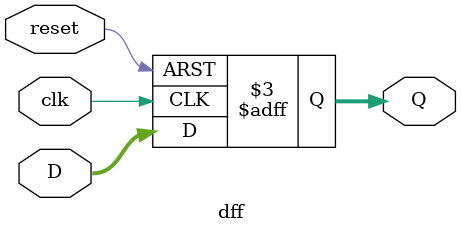
<source format=v>
module dff(D,clk,reset,Q);
input [31:0] D; // Data input 
input clk; // clock input 
input reset; // asynchronous reset low level 
output reg [31:0] Q; // output Q 
always @(posedge clk or negedge reset) 
	begin
		 if(reset==1'b0)
		  Q <= 32'b0; 
		 else 
		  Q <= D; 
	end 
endmodule 
</source>
